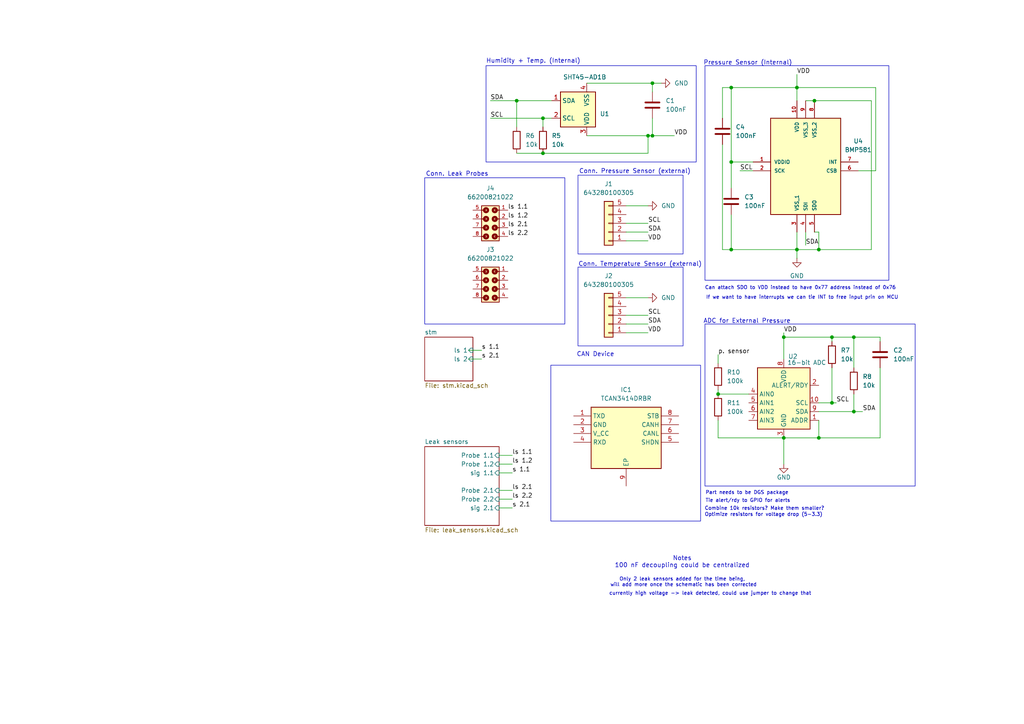
<source format=kicad_sch>
(kicad_sch (version 20250114) (generator "eeschema") (generator_version "9.0")
  (paper "A4")
  (lib_symbols
    (symbol "#dzdb:g_cap/C-100n-0201" (pin_numbers (hide yes)) (pin_names (offset 0.254))
      (property "Reference" "C" (at 0.635 2.54 0))
      (property "Value" "100nF" (at 0.635 -2.54 0))
      (symbol "g_cap/C-100n-0201_0_1"
        (polyline (pts (xy -2.032 0.762) (xy 2.032 0.762)) (stroke (width 0.508)))
        (polyline (pts (xy -2.032 -0.762) (xy 2.032 -0.762)) (stroke (width 0.508)))
      )
      (symbol "g_cap/C-100n-0201_1_1"
        (pin passive line (at 0 3.81 270) (length 2.794) (name "~") (number "1"))
        (pin passive line (at 0 -3.81 90) (length 2.794) (name "~") (number "2"))
      )
    )
    (symbol "#dzdb:g_cap/C-100n-0402" (pin_numbers (hide yes)) (pin_names (offset 0.254))
      (property "Reference" "C" (at 0.635 2.54 0))
      (property "Value" "100nF" (at 0.635 -2.54 0))
      (symbol "g_cap/C-100n-0402_0_1"
        (polyline (pts (xy -2.032 0.762) (xy 2.032 0.762)) (stroke (width 0.508)))
        (polyline (pts (xy -2.032 -0.762) (xy 2.032 -0.762)) (stroke (width 0.508)))
      )
      (symbol "g_cap/C-100n-0402_1_1"
        (pin passive line (at 0 3.81 270) (length 2.794) (name "~") (number "1"))
        (pin passive line (at 0 -3.81 90) (length 2.794) (name "~") (number "2"))
      )
    )
    (symbol "#dzdb:g_res/R-100k-0603" (pin_numbers (hide yes)) (pin_names (offset 0))
      (property "Reference" "R" (at 2.032 0 90))
      (property "Value" "100k" (at 0 0 90))
      (symbol "g_res/R-100k-0603_0_1"
        (rectangle (start -1.016 -2.54) (end 1.016 2.54) (stroke (width 0.254)))
      )
      (symbol "g_res/R-100k-0603_1_1"
        (pin passive line (at 0 3.81 270) (length 1.27) (name "~") (number "1"))
        (pin passive line (at 0 -3.81 90) (length 1.27) (name "~") (number "2"))
      )
    )
    (symbol "#dzdb:g_res/R-10k-0603" (pin_numbers (hide yes)) (pin_names (offset 0))
      (property "Reference" "R" (at 2.032 0 90))
      (property "Value" "10k" (at 0 0 90))
      (symbol "g_res/R-10k-0603_0_1"
        (rectangle (start -1.016 -2.54) (end 1.016 2.54) (stroke (width 0.254)))
      )
      (symbol "g_res/R-10k-0603_1_1"
        (pin passive line (at 0 3.81 270) (length 1.27) (name "~") (number "1"))
        (pin passive line (at 0 -3.81 90) (length 1.27) (name "~") (number "2"))
      )
    )
    (symbol "#dzdb:s_comm/COMM-TI-TCAN3414DRBR"
      (property "Reference" "IC" (at 26.67 7.62 0))
      (property "Value" "TCAN3414DRBR" (at 26.67 5.08 0))
      (symbol "s_comm/COMM-TI-TCAN3414DRBR_1_1"
        (rectangle (start 5.08 2.54) (end 25.4 -15.24) (stroke (width 0.254)) (fill (type background)))
        (pin passive line (at 0 0 0) (length 5.08) (name "TXD") (number "1"))
        (pin passive line (at 0 -2.54 0) (length 5.08) (name "GND") (number "2"))
        (pin passive line (at 0 -5.08 0) (length 5.08) (name "V_CC") (number "3"))
        (pin passive line (at 0 -7.62 0) (length 5.08) (name "RXD") (number "4"))
        (pin passive line (at 15.24 -20.32 90) (length 5.08) (name "EP") (number "9"))
        (pin passive line (at 30.48 0 180) (length 5.08) (name "STB") (number "8"))
        (pin passive line (at 30.48 -2.54 180) (length 5.08) (name "CANH") (number "7"))
        (pin passive line (at 30.48 -5.08 180) (length 5.08) (name "CANL") (number "6"))
        (pin passive line (at 30.48 -7.62 180) (length 5.08) (name "SHDN") (number "5"))
      )
    )
    (symbol "#dzdb:s_con/CON-WUR-643280100305" (pin_names (offset 1.016) (hide yes))
      (property "Reference" "J" (at 0 7.62 0))
      (property "Value" "643280100305" (at 0 -7.62 0))
      (symbol "s_con/CON-WUR-643280100305_1_1"
        (rectangle (start -1.27 6.35) (end 1.27 -6.35) (stroke (width 0.254)) (fill (type background)))
        (rectangle (start -1.27 5.207) (end 0 4.953) (stroke (width 0.1524)))
        (rectangle (start -1.27 2.667) (end 0 2.413) (stroke (width 0.1524)))
        (rectangle (start -1.27 0.127) (end 0 -0.127) (stroke (width 0.1524)))
        (rectangle (start -1.27 -2.413) (end 0 -2.667) (stroke (width 0.1524)))
        (rectangle (start -1.27 -4.953) (end 0 -5.207) (stroke (width 0.1524)))
        (pin passive line (at -5.08 5.08 0) (length 3.81) (name "Pin_1") (number "1"))
        (pin passive line (at -5.08 2.54 0) (length 3.81) (name "Pin_2") (number "2"))
        (pin passive line (at -5.08 0 0) (length 3.81) (name "Pin_3") (number "3"))
        (pin passive line (at -5.08 -2.54 0) (length 3.81) (name "Pin_4") (number "4"))
        (pin passive line (at -5.08 -5.08 0) (length 3.81) (name "Pin_5") (number "5"))
      )
    )
    (symbol "#dzdb:s_con/CON-WUR-66200821022" (pin_names (offset 1.016))
      (property "Reference" "J" (at 7.34 0.985 0))
      (property "Value" "66200821022" (at 7.3 -1.62 0))
      (symbol "s_con/CON-WUR-66200821022_0_0"
        (rectangle (start -3.81 -2.54) (end 6.35 2.54) (stroke (width 0.254)) (fill (type background)))
        (circle (center -2.54 1.27) (radius 0.254) (stroke (width 0.635)))
        (polyline (pts (xy -2.54 1.27) (xy -2.54 2.54)) (stroke (width 0.254)))
        (circle (center -2.54 -1.27) (radius 0.254) (stroke (width 0.635)))
        (polyline (pts (xy -2.54 -1.27) (xy -2.54 -2.54)) (stroke (width 0.254)))
        (circle (center 0 1.27) (radius 0.254) (stroke (width 0.635)))
        (polyline (pts (xy 0 1.27) (xy 0 2.54)) (stroke (width 0.254)))
        (polyline (pts (xy 0 -1.27) (xy 0 -2.54)) (stroke (width 0.254)))
        (circle (center 0 -1.27) (radius 0.254) (stroke (width 0.635)))
        (polyline (pts (xy 2.54 1.27) (xy 2.54 2.54)) (stroke (width 0.254)))
        (circle (center 2.54 1.27) (radius 0.254) (stroke (width 0.635)))
        (polyline (pts (xy 2.54 -1.27) (xy 2.54 -2.54)) (stroke (width 0.254)))
        (circle (center 2.54 -1.27) (radius 0.254) (stroke (width 0.635)))
        (polyline (pts (xy 5.08 1.27) (xy 5.08 2.54)) (stroke (width 0.254)))
        (circle (center 5.08 1.27) (radius 0.254) (stroke (width 0.635)))
        (polyline (pts (xy 5.08 -1.27) (xy 5.08 -2.54)) (stroke (width 0.254)))
        (circle (center 5.08 -1.27) (radius 0.254) (stroke (width 0.635)))
        (pin passive line (at -2.54 5.08 270) (length 2.54) (name "~") (number "8"))
        (pin passive line (at -2.54 -5.08 90) (length 2.54) (name "~") (number "4"))
        (pin passive line (at 0 5.08 270) (length 2.54) (name "~") (number "7"))
        (pin passive line (at 0 -5.08 90) (length 2.54) (name "~") (number "3"))
        (pin passive line (at 2.54 5.08 270) (length 2.54) (name "~") (number "6"))
        (pin passive line (at 2.54 -5.08 90) (length 2.54) (name "~") (number "2"))
        (pin passive line (at 5.08 5.08 270) (length 2.54) (name "~") (number "5"))
        (pin passive line (at 5.08 -5.08 90) (length 2.54) (name "~") (number "1"))
      )
    )
    (symbol "#dzdb:s_misc/IC-ADC-ADS1115-MSOP"
      (property "Reference" "U" (at 2.54 13.97 0))
      (property "Value" "16-bit ADC" (at 7.62 11.43 0))
      (symbol "s_misc/IC-ADC-ADS1115-MSOP_0_1"
        (rectangle (start -7.62 10.16) (end 7.62 -7.62) (stroke (width 0.254)) (fill (type background)))
      )
      (symbol "s_misc/IC-ADC-ADS1115-MSOP_1_1"
        (pin input line (at -10.16 2.54 0) (length 2.54) (name "AIN0") (number "4"))
        (pin input line (at -10.16 0 0) (length 2.54) (name "AIN1") (number "5"))
        (pin input line (at -10.16 -2.54 0) (length 2.54) (name "AIN2") (number "6"))
        (pin input line (at -10.16 -5.08 0) (length 2.54) (name "AIN3") (number "7"))
        (pin power_in line (at 0 12.7 270) (length 2.54) (name "VDD") (number "8"))
        (pin power_in line (at 0 -10.16 90) (length 2.54) (name "GND") (number "3"))
        (pin output line (at 10.16 5.08 180) (length 2.54) (name "ALERT/RDY") (number "2"))
        (pin input line (at 10.16 0 180) (length 2.54) (name "SCL") (number "10"))
        (pin bidirectional line (at 10.16 -2.54 180) (length 2.54) (name "SDA") (number "9"))
        (pin input line (at 10.16 -5.08 180) (length 2.54) (name "ADDR") (number "1"))
      )
    )
    (symbol "#dzdb:s_sens/D-BOSCH-BMP581" (pin_names (offset 1.016))
      (property "Reference" "U" (at 26.67 17.78 0))
      (property "Value" "BMP581" (at 26.67 15.24 0))
      (symbol "s_sens/D-BOSCH-BMP581_0_0"
        (rectangle (start 5.08 12.7) (end 25.4 -15.24) (stroke (width 0.254)) (fill (type background)))
        (pin bidirectional line (at 0 0 0) (length 5.08) (name "VDDIO") (number "1"))
        (pin bidirectional line (at 0 -2.54 0) (length 5.08) (name "SCK") (number "2"))
        (pin bidirectional line (at 12.7 17.78 270) (length 5.08) (name "VDD") (number "10"))
        (pin bidirectional line (at 12.7 -20.32 90) (length 5.08) (name "VSS_1") (number "3"))
        (pin bidirectional line (at 15.24 17.78 270) (length 5.08) (name "VSS_3") (number "9"))
        (pin bidirectional line (at 15.24 -20.32 90) (length 5.08) (name "SDI") (number "4"))
        (pin bidirectional line (at 17.78 17.78 270) (length 5.08) (name "VSS_2") (number "8"))
        (pin bidirectional line (at 17.78 -20.32 90) (length 5.08) (name "SDO") (number "5"))
        (pin bidirectional line (at 30.48 0 180) (length 5.08) (name "INT") (number "7"))
        (pin bidirectional line (at 30.48 -2.54 180) (length 5.08) (name "CSB") (number "6"))
      )
    )
    (symbol "#dzdb:s_sens/D-SENS-SHT40-AD1F-R2"
      (property "Reference" "U" (at 0 8.89 0))
      (property "Value" "SHT40-AD1F-R2" (at 0 6.35 0))
      (symbol "s_sens/D-SENS-SHT40-AD1F-R2_1_1"
        (rectangle (start -5.08 5.08) (end 5.08 -5.08) (stroke (width 0.254)) (fill (type background)))
        (pin input line (at -7.62 2.54 0) (length 2.54) (name "SCL") (number "2"))
        (pin bidirectional line (at -7.62 -2.54 0) (length 2.54) (name "SDA") (number "1"))
        (pin power_in line (at 2.54 7.62 270) (length 2.54) (name "VDD") (number "3"))
        (pin power_in line (at 2.54 -7.62 90) (length 2.54) (name "VSS") (number "4"))
      )
    )
    (symbol "power:GND" (power) (pin_numbers (hide yes)) (pin_names (offset 0) (hide yes))
      (property "Value" "GND" (at 0 -3.81 0))
      (symbol "GND_0_1"
        (polyline (pts (xy 0 0) (xy 0 -1.27) (xy 1.27 -1.27) (xy 0 -2.54) (xy -1.27 -1.27) (xy 0 -1.27)))
      )
      (symbol "GND_1_1"
        (pin power_in line (at 0 0 270) (length 0) (name "~") (number "1"))
      )
    )
  )
  (rectangle (start 140.97 19.05) (end 201.93 46.99))
  (rectangle (start 204.47 19.05) (end 257.81 81.28))
  (rectangle (start 123.19 51.562) (end 163.83 93.98))
  (rectangle (start 167.64 77.47) (end 198.12 100.33))
  (rectangle (start 167.64 50.8) (end 198.12 73.66))
  (rectangle (start 159.766 105.918) (end 203.2 151.13))
  (rectangle (start 204.47 93.98) (end 265.43 140.97))
  (text "Optimize resistors for voltage drop (5-3.3)" (at 221.488 149.352 0) (effects (font (size 1.016 1.016))))
  (text "Tie alert/rdy to GPIO for alerts" (at 216.916 145.288 0) (effects (font (size 1.016 1.016))))
  (text "Conn. Pressure Sensor (external)\n" (at 184.15 49.784 0) (effects (font (size 1.27 1.27))))
  (text "Combine 10k resistors? Make them smaller?" (at 221.742 147.574 0) (effects (font (size 1.016 1.016))))
  (text "Only 2 leak sensors added for the time being,\n will add more once the schematic has been corrected" (at 197.866 168.91 0) (effects (font (size 1.016 1.016))))
  (text "If we want to have interrupts we can tie INT to free input prin on MCU" (at 232.664 86.36 0) (effects (font (size 1.016 1.016))))
  (text "Pressure Sensor (Internal)" (at 216.916 18.288 0) (effects (font (size 1.27 1.27))))
  (text "ADC for External Pressure\n" (at 216.662 93.218 0) (effects (font (size 1.27 1.27))))
  (text "Can attach SDO to VDD instead to have 0x77 address instead of 0x76" (at 232.156 83.566 0) (effects (font (size 1.016 1.016))))
  (text "currently high voltage -> leak detected, could use jumper to change that\n" (at 205.994 172.212 0) (effects (font (size 1.016 1.016))))
  (text "Part needs to be DGS package" (at 216.662 143.002 0) (effects (font (size 1.016 1.016))))
  (text "Humidity + Temp. (Internal)\n\n" (at 154.686 18.796 0) (effects (font (size 1.27 1.27))))
  (text "Conn. Temperature Sensor (external)" (at 185.674 76.708 0) (effects (font (size 1.27 1.27))))
  (text "CAN Device" (at 172.72 102.87 0) (effects (font (size 1.27 1.27))))
  (text "Conn. Leak Probes" (at 132.588 50.546 0) (effects (font (size 1.27 1.27))))
  (text "Notes\n100 nF decoupling could be centralized" (at 197.866 163.068 0) (effects (font (size 1.27 1.27))))
  (junction (at 149.86 29.21))
  (junction (at 187.96 39.37))
  (junction (at 237.49 72.39))
  (junction (at 157.48 34.29))
  (junction (at 212.09 25.4))
  (junction (at 189.23 39.37))
  (junction (at 212.09 46.99))
  (junction (at 241.3 116.84))
  (junction (at 236.22 29.21))
  (junction (at 241.3 97.79))
  (junction (at 247.65 119.38))
  (junction (at 231.14 72.39))
  (junction (at 157.48 44.45))
  (junction (at 212.09 72.39))
  (junction (at 247.65 97.79))
  (junction (at 227.33 127))
  (junction (at 189.23 24.13))
  (junction (at 237.49 127))
  (junction (at 227.33 97.79))
  (junction (at 231.14 25.4))
  (junction (at 208.28 114.3))
  (wire (pts (xy 231.14 21.59) (xy 231.14 25.4)))
  (wire (pts (xy 181.61 69.85) (xy 187.96 69.85)))
  (wire (pts (xy 231.14 72.39) (xy 231.14 74.93)))
  (wire (pts (xy 144.78 142.24) (xy 148.59 142.24)))
  (wire (pts (xy 208.28 102.87) (xy 208.28 105.41)))
  (wire (pts (xy 144.78 132.08) (xy 148.59 132.08)))
  (wire (pts (xy 144.78 147.32) (xy 148.59 147.32)))
  (wire (pts (xy 241.3 106.68) (xy 241.3 116.84)))
  (wire (pts (xy 231.14 25.4) (xy 231.14 29.21)))
  (wire (pts (xy 241.3 97.79) (xy 247.65 97.79)))
  (wire (pts (xy 236.22 29.21) (xy 252.73 29.21)))
  (wire (pts (xy 233.68 67.31) (xy 233.68 71.12)))
  (wire (pts (xy 181.61 96.52) (xy 187.96 96.52)))
  (wire (pts (xy 149.86 29.21) (xy 149.86 36.83)))
  (wire (pts (xy 135.89 104.14) (xy 139.7 104.14)))
  (wire (pts (xy 247.65 97.79) (xy 247.65 106.68)))
  (wire (pts (xy 237.49 116.84) (xy 241.3 116.84)))
  (wire (pts (xy 212.09 46.99) (xy 212.09 54.61)))
  (wire (pts (xy 212.09 25.4) (xy 231.14 25.4)))
  (wire (pts (xy 142.24 29.21) (xy 149.86 29.21)))
  (wire (pts (xy 255.27 97.79) (xy 255.27 99.06)))
  (wire (pts (xy 144.78 134.62) (xy 148.59 134.62)))
  (wire (pts (xy 252.73 72.39) (xy 237.49 72.39)))
  (wire (pts (xy 149.86 29.21) (xy 160.02 29.21)))
  (wire (pts (xy 142.24 34.29) (xy 157.48 34.29)))
  (wire (pts (xy 209.55 25.4) (xy 212.09 25.4)))
  (wire (pts (xy 254 25.4) (xy 231.14 25.4)))
  (wire (pts (xy 233.68 29.21) (xy 236.22 29.21)))
  (wire (pts (xy 237.49 67.31) (xy 236.22 67.31)))
  (wire (pts (xy 212.09 72.39) (xy 212.09 62.23)))
  (wire (pts (xy 170.18 39.37) (xy 187.96 39.37)))
  (wire (pts (xy 189.23 39.37) (xy 195.58 39.37)))
  (wire (pts (xy 247.65 119.38) (xy 250.19 119.38)))
  (wire (pts (xy 149.86 44.45) (xy 157.48 44.45)))
  (wire (pts (xy 231.14 67.31) (xy 231.14 72.39)))
  (wire (pts (xy 208.28 114.3) (xy 217.17 114.3)))
  (wire (pts (xy 237.49 119.38) (xy 247.65 119.38)))
  (wire (pts (xy 231.14 72.39) (xy 237.49 72.39)))
  (wire (pts (xy 181.61 91.44) (xy 187.96 91.44)))
  (wire (pts (xy 237.49 67.31) (xy 237.49 72.39)))
  (wire (pts (xy 254 49.53) (xy 254 25.4)))
  (wire (pts (xy 209.55 72.39) (xy 212.09 72.39)))
  (wire (pts (xy 181.61 86.36) (xy 187.96 86.36)))
  (wire (pts (xy 214.63 49.53) (xy 218.44 49.53)))
  (wire (pts (xy 255.27 106.68) (xy 255.27 127)))
  (wire (pts (xy 135.89 101.6) (xy 139.7 101.6)))
  (wire (pts (xy 255.27 127) (xy 237.49 127)))
  (wire (pts (xy 231.14 72.39) (xy 212.09 72.39)))
  (wire (pts (xy 247.65 114.3) (xy 247.65 119.38)))
  (wire (pts (xy 227.33 96.52) (xy 227.33 97.79)))
  (wire (pts (xy 212.09 46.99) (xy 218.44 46.99)))
  (wire (pts (xy 237.49 121.92) (xy 237.49 127)))
  (wire (pts (xy 252.73 29.21) (xy 252.73 72.39)))
  (wire (pts (xy 144.78 144.78) (xy 148.59 144.78)))
  (wire (pts (xy 189.23 24.13) (xy 191.77 24.13)))
  (wire (pts (xy 187.96 39.37) (xy 187.96 44.45)))
  (wire (pts (xy 227.33 127) (xy 227.33 134.62)))
  (wire (pts (xy 160.02 34.29) (xy 157.48 34.29)))
  (wire (pts (xy 209.55 41.91) (xy 209.55 72.39)))
  (wire (pts (xy 208.28 121.92) (xy 208.28 127)))
  (wire (pts (xy 181.61 67.31) (xy 187.96 67.31)))
  (wire (pts (xy 209.55 25.4) (xy 209.55 34.29)))
  (wire (pts (xy 227.33 97.79) (xy 241.3 97.79)))
  (wire (pts (xy 189.23 24.13) (xy 189.23 26.67)))
  (wire (pts (xy 241.3 116.84) (xy 242.57 116.84)))
  (wire (pts (xy 181.61 64.77) (xy 187.96 64.77)))
  (wire (pts (xy 247.65 97.79) (xy 255.27 97.79)))
  (wire (pts (xy 237.49 127) (xy 227.33 127)))
  (wire (pts (xy 208.28 113.03) (xy 208.28 114.3)))
  (wire (pts (xy 227.33 97.79) (xy 227.33 104.14)))
  (wire (pts (xy 189.23 39.37) (xy 189.23 34.29)))
  (wire (pts (xy 170.18 24.13) (xy 189.23 24.13)))
  (wire (pts (xy 241.3 97.79) (xy 241.3 99.06)))
  (wire (pts (xy 144.78 137.16) (xy 148.59 137.16)))
  (wire (pts (xy 208.28 127) (xy 227.33 127)))
  (wire (pts (xy 157.48 34.29) (xy 157.48 36.83)))
  (wire (pts (xy 212.09 25.4) (xy 212.09 46.99)))
  (wire (pts (xy 248.92 49.53) (xy 254 49.53)))
  (wire (pts (xy 181.61 93.98) (xy 187.96 93.98)))
  (wire (pts (xy 157.48 44.45) (xy 187.96 44.45)))
  (wire (pts (xy 181.61 59.69) (xy 187.96 59.69)))
  (wire (pts (xy 187.96 39.37) (xy 189.23 39.37)))
  (label "s 1.1" (at 148.59 137.16 0))
  (label "VDD" (at 195.58 39.37 0))
  (label "SDA" (at 187.96 67.31 0))
  (label "SDA" (at 187.96 93.98 0))
  (label "p. sensor" (at 208.28 102.87 0))
  (label "ls 1.2" (at 148.59 134.62 0))
  (label "ls 1.1" (at 147.32 60.96 0))
  (label "VDD" (at 187.96 69.85 0))
  (label "SCL" (at 242.57 116.84 0))
  (label "ls 1.2" (at 147.32 63.5 0))
  (label "SDA" (at 142.24 29.21 0))
  (label "SCL" (at 142.24 34.29 0))
  (label "VDD" (at 187.96 96.52 0))
  (label "s 2.1" (at 148.59 147.32 0))
  (label "ls 2.2" (at 148.59 144.78 0))
  (label "ls 2.2" (at 147.32 68.58 0))
  (label "ls 2.1" (at 147.32 66.04 0))
  (label "VDD" (at 227.33 96.52 0))
  (label "SCL" (at 187.96 91.44 0))
  (label "ls 2.1" (at 148.59 142.24 0))
  (label "s 2.1" (at 139.7 104.14 0))
  (label "SCL" (at 187.96 64.77 0))
  (label "s 1.1" (at 139.7 101.6 0))
  (label "VDD" (at 231.14 21.59 0))
  (label "SCL" (at 214.63 49.53 0))
  (label "ls 1.1" (at 148.59 132.08 0))
  (label "SDA" (at 233.68 71.12 0))
  (label "SDA" (at 250.19 119.38 0))
  (symbol (lib_id "#dzdb:g_res/R-10k-0603") (at 247.65 110.49 0) (unit 1)
    (property "Reference" "R8" (at 250.19 109.2199 0) (effects (justify left)))
    (property "Value" "10k" (at 250.19 111.7599 0) (effects (justify left)))
    (property "Footprint" "Resistor_SMD:R_0603_1608Metric" (effects (hide yes)))
    (property "Datasheet" "https://www.we-online.com/components/products/datasheet/560112116005.pdf" (effects (hide yes)))
    (property "Description" "Thick Film Resistors - SMD WRIS-RSKS 10 kOhms 1 % 0.1 W 0603" (effects (hide yes)))
    (property "IPN" "R-10k-0603" (effects (hide yes)))
    (property "MPN" "560112116005" (effects (hide yes)))
    (property "Manufacturer" "Wurth Elektronik" (effects (hide yes)))
    (property "Resistance" "10k" (effects (hide yes)))
    (property "Power" "0.1 W" (effects (hide yes)))
    (property "Material" "Thick film" (effects (hide yes)))
    (property "Tolerance" "1 %" (effects (hide yes)))
    (property "Supplier" "Mouser" (effects (hide yes)))
    (property "SPN" "710-560112116005" (effects (hide yes)))
    (property "LCSC" "CXXXXX" (effects (hide yes)))
    (property "Comment" "lifecycle=Active; note=Auto-generated" (effects (hide yes)))
  )
  (symbol (lib_id "#dzdb:g_res/R-100k-0603") (at 208.28 109.22 0) (unit 1)
    (property "Reference" "R10" (at 210.82 107.9499 0) (effects (justify left)))
    (property "Value" "100k" (at 210.82 110.4899 0) (effects (justify left)))
    (property "Footprint" "Resistor_SMD:R_0603_1608Metric" (effects (hide yes)))
    (property "Datasheet" "https://www.we-online.com/components/products/datasheet/560112116004.pdf" (effects (hide yes)))
    (property "Description" "Thick Film Resistors - SMD WRIS-RSKS 100 kOhms 1 % 0.1 W 0603" (effects (hide yes)))
    (property "IPN" "R-100k-0603" (effects (hide yes)))
    (property "MPN" "560112116004" (effects (hide yes)))
    (property "Manufacturer" "Wurth Elektronik" (effects (hide yes)))
    (property "Resistance" "100k" (effects (hide yes)))
    (property "Power" "0.1 W" (effects (hide yes)))
    (property "Material" "Thick film" (effects (hide yes)))
    (property "Tolerance" "1 %" (effects (hide yes)))
    (property "Supplier" "Mouser" (effects (hide yes)))
    (property "SPN" "710-560112116004" (effects (hide yes)))
    (property "LCSC" "CXXXXX" (effects (hide yes)))
    (property "Comment" "lifecycle=Active; note=Auto-generated" (effects (hide yes)))
  )
  (symbol (lib_id "#dzdb:g_res/R-10k-0603") (at 157.48 40.64 0) (unit 1)
    (property "Reference" "R5" (at 160.02 39.3699 0) (effects (justify left)))
    (property "Value" "10k" (at 160.02 41.9099 0) (effects (justify left)))
    (property "Footprint" "Resistor_SMD:R_0603_1608Metric" (effects (hide yes)))
    (property "Datasheet" "https://www.we-online.com/components/products/datasheet/560112116005.pdf" (effects (hide yes)))
    (property "Description" "Thick Film Resistors - SMD WRIS-RSKS 10 kOhms 1 % 0.1 W 0603" (effects (hide yes)))
    (property "IPN" "R-10k-0603" (effects (hide yes)))
    (property "MPN" "560112116005" (effects (hide yes)))
    (property "Manufacturer" "Wurth Elektronik" (effects (hide yes)))
    (property "Resistance" "10k" (effects (hide yes)))
    (property "Power" "0.1 W" (effects (hide yes)))
    (property "Material" "Thick film" (effects (hide yes)))
    (property "Tolerance" "1 %" (effects (hide yes)))
    (property "Supplier" "Mouser" (effects (hide yes)))
    (property "SPN" "710-560112116005" (effects (hide yes)))
    (property "LCSC" "CXXXXX" (effects (hide yes)))
    (property "Comment" "lifecycle=Active; note=Auto-generated" (effects (hide yes)))
  )
  (symbol (lib_id "#dzdb:g_cap/C-100n-0201") (at 212.09 58.42 0) (unit 1)
    (property "Reference" "C3" (at 215.9 57.1499 0) (effects (justify left)))
    (property "Value" "100nF" (at 215.9 59.6899 0) (effects (justify left)))
    (property "Footprint" "Capacitor_SMD:C_0201_0603Metric" (effects (hide yes)))
    (property "Datasheet" "https://www.murata.com/products/productdetail?partno=GRM033R61A104ME15%23" (effects (hide yes)))
    (property "Description" "Cap 100nF 10V 0201 X5R ±20%" (effects (hide yes)))
    (property "IPN" "C-100n-0201" (effects (hide yes)))
    (property "MPN" "GRM033R61A104ME15" (effects (hide yes)))
    (property "Manufacturer" "Murata" (effects (hide yes)))
    (property "Capacitance" "100nF" (effects (hide yes)))
    (property "Voltage" "10V" (effects (hide yes)))
    (property "Material" "X5R" (effects (hide yes)))
    (property "Tolerance" "20%" (effects (hide yes)))
    (property "Supplier" "Mouser" (effects (hide yes)))
    (property "SPN" "81-GRM033R61A104ME5D" (effects (hide yes)))
    (property "Comment" "lifecycle=Active" (effects (hide yes)))
  )
  (symbol (lib_id "#dzdb:s_con/CON-WUR-66200821022") (at 142.24 66.04 90) (unit 1)
    (property "Reference" "J4" (at 142.24 54.61 90))
    (property "Value" "66200821022" (at 142.24 57.15 90))
    (property "Footprint" "dz_con:Wurth_66200821022" (effects (hide yes)))
    (property "Datasheet" "https://www.we-online.com/components/products/datasheet/66200821022.pdf" (effects (hide yes)))
    (property "Description" "WR-MPC3 3.00mm Dual Row 8p Male Header Right Angle TH Pegs" (effects (hide yes)))
    (property "IPN" "CON-WUR-66200821022" (effects (hide yes)))
    (property "MPN" "66200821022" (effects (hide yes)))
    (property "Manufacturer" "Würth Elektronik" (effects (hide yes)))
    (property "Symbol" "dz_con:Wurth_66200821022" (effects (hide yes)))
    (property "Type" "Connector" (effects (hide yes)))
    (property "Pin Count" "8" (effects (hide yes)))
    (property "Pitch" "3.00mm" (effects (hide yes)))
    (property "Supplier" "Mouser" (effects (hide yes)))
    (property "SPN" "710-66200821022" (effects (hide yes)))
    (property "Comment" "lifecycle=Active; gender=Femaleale; orientation=Right Angle; current=5A; voltage=250V; features=Dual Row Plastic Pegs; note=WR-MPC3 series through hole" (effects (hide yes)))
  )
  (symbol (lib_id "#dzdb:g_res/R-10k-0603") (at 241.3 102.87 0) (unit 1)
    (property "Reference" "R7" (at 243.84 101.5999 0) (effects (justify left)))
    (property "Value" "10k" (at 243.84 104.1399 0) (effects (justify left)))
    (property "Footprint" "Resistor_SMD:R_0603_1608Metric" (effects (hide yes)))
    (property "Datasheet" "https://www.we-online.com/components/products/datasheet/560112116005.pdf" (effects (hide yes)))
    (property "Description" "Thick Film Resistors - SMD WRIS-RSKS 10 kOhms 1 % 0.1 W 0603" (effects (hide yes)))
    (property "IPN" "R-10k-0603" (effects (hide yes)))
    (property "MPN" "560112116005" (effects (hide yes)))
    (property "Manufacturer" "Wurth Elektronik" (effects (hide yes)))
    (property "Resistance" "10k" (effects (hide yes)))
    (property "Power" "0.1 W" (effects (hide yes)))
    (property "Material" "Thick film" (effects (hide yes)))
    (property "Tolerance" "1 %" (effects (hide yes)))
    (property "Supplier" "Mouser" (effects (hide yes)))
    (property "SPN" "710-560112116005" (effects (hide yes)))
    (property "LCSC" "CXXXXX" (effects (hide yes)))
    (property "Comment" "lifecycle=Active; note=Auto-generated" (effects (hide yes)))
  )
  (symbol (lib_id "#dzdb:s_sens/D-SENS-SHT40-AD1F-R2") (at 167.64 31.75 0) (mirror x) (unit 1)
    (property "Reference" "U1" (at 173.99 33.0201 0) (effects (justify left)))
    (property "Value" "SHT45-AD1B" (at 163.322 22.352 0) (effects (justify left)))
    (property "Footprint" "Sensor_Humidity:Sensirion_DFN-4_1.5x1.5mm_P0.8mm_SHT4x_NoCentralPad" (effects (hide yes)))
    (property "Datasheet" "https://sensirion.com/media/documents/33FD6951/67EB9032/HT_DS_Datasheet_SHT4x_5.pdf" (effects (hide yes)))
    (property "Description" "Board Mount Humidity Sensors Digital Humidity and Temperature Sensor incl Filter Membrane" (effects (hide yes)))
    (property "IPN" "D-SENS-SHT40-AD1F-R2" (effects (hide yes)))
    (property "MPN" "SHT40-AD1F-R2" (effects (hide yes)))
    (property "Manufacturer" "Sensirion" (effects (hide yes)))
    (property "Type" "Temperature/Humidity" (effects (hide yes)))
    (property "Channels" "1" (effects (hide yes)))
    (property "Vin Range" "1.08V -3.6V" (effects (hide yes)))
    (property "Supplier" "Mouser" (effects (hide yes)))
    (property "SPN" "403-SHT40-AD1F-R2" (effects (hide yes)))
    (property "LCSC" "CXXXXX" (effects (hide yes)))
    (property "Comment" "lifecycle=Active;" (effects (hide yes)))
  )
  (symbol (lib_id "#dzdb:s_con/CON-WUR-643280100305") (at 176.53 64.77 180) (unit 1)
    (property "Reference" "J1" (at 176.53 53.34 0))
    (property "Value" "643280100305" (at 176.53 55.88 0))
    (property "Footprint" "dz_con:Wuerth_WR_CIRCM_643280100305" (effects (hide yes)))
    (property "Datasheet" "https://www.we-online.com/components/products/datasheet/643270100305.pdf" (effects (hide yes)))
    (property "Description" "M12 Right-Angled Round Connector 5p" (effects (hide yes)))
    (property "IPN" "CON-WUR-643280100305" (effects (hide yes)))
    (property "MPN" "643280100305" (effects (hide yes)))
    (property "Manufacturer" "Würth Elektronik" (effects (hide yes)))
    (property "Symbol" "Connector_Generic:Conn_01x05" (effects (hide yes)))
    (property "Type" "Connector" (effects (hide yes)))
    (property "Pin Count" "5" (effects (hide yes)))
    (property "Pitch" "N/A" (effects (hide yes)))
    (property "Supplier" "Mouser" (effects (hide yes)))
    (property "SPN" "710-643280100308 " (effects (hide yes)))
    (property "LCSC" "CXXXXXXX" (effects (hide yes)))
    (property "Comment" "lifecycle=Active; orientation=Right Angle; note=M12 5-pin right-angled THT connector" (effects (hide yes)))
  )
  (symbol (lib_id "#dzdb:s_sens/D-BOSCH-BMP581") (at 218.44 46.99 0) (unit 1)
    (property "Reference" "U4" (at 248.92 40.9192 0))
    (property "Value" "BMP581" (at 248.92 43.4592 0))
    (property "Footprint" "dz_sens:BMP581" (effects (hide yes)))
    (property "Datasheet" "https://www.bosch-sensortec.com/media/boschsensortec/downloads/datasheets/bst-bmp581-ds004.pdf" (effects (hide yes)))
    (property "Description" "Barometric Pressure Sensor" (effects (hide yes)))
    (property "IPN" "D-BOSCH-BMP581" (effects (hide yes)))
    (property "MPN" "BMP581" (effects (hide yes)))
    (property "Manufacturer" "Bosch Sensortec" (effects (hide yes)))
    (property "Type" "Pressure" (effects (hide yes)))
    (property "Channels" "1" (effects (hide yes)))
    (property "Vin Range" "1.71V-3.6V" (effects (hide yes)))
    (property "Supplier" "Mouser" (effects (hide yes)))
    (property "SPN" "733-BMP581" (effects (hide yes)))
    (property "LCSC" "C5362283" (effects (hide yes)))
  )
  (symbol (lib_id "power:GND") (at 191.77 24.13 90) (unit 1)
    (property "Reference" "#PWR02" (effects (hide yes)))
    (property "Value" "GND" (at 195.58 24.1299 90) (effects (justify right)))
    (property "Description" "Power symbol creates a global label with name \"GND\" , ground" (effects (hide yes)))
  )
  (symbol (lib_id "power:GND") (at 187.96 86.36 90) (unit 1)
    (property "Reference" "#PWR06" (effects (hide yes)))
    (property "Value" "GND" (at 191.77 86.3599 90) (effects (justify right)))
    (property "Description" "Power symbol creates a global label with name \"GND\" , ground" (effects (hide yes)))
  )
  (symbol (lib_id "#dzdb:g_cap/C-100n-0201") (at 209.55 38.1 0) (unit 1)
    (property "Reference" "C4" (at 213.36 36.8299 0) (effects (justify left)))
    (property "Value" "100nF" (at 213.36 39.3699 0) (effects (justify left)))
    (property "Footprint" "Capacitor_SMD:C_0201_0603Metric" (effects (hide yes)))
    (property "Datasheet" "https://www.murata.com/products/productdetail?partno=GRM033R61A104ME15%23" (effects (hide yes)))
    (property "Description" "Cap 100nF 10V 0201 X5R ±20%" (effects (hide yes)))
    (property "IPN" "C-100n-0201" (effects (hide yes)))
    (property "MPN" "GRM033R61A104ME15" (effects (hide yes)))
    (property "Manufacturer" "Murata" (effects (hide yes)))
    (property "Capacitance" "100nF" (effects (hide yes)))
    (property "Voltage" "10V" (effects (hide yes)))
    (property "Material" "X5R" (effects (hide yes)))
    (property "Tolerance" "20%" (effects (hide yes)))
    (property "Supplier" "Mouser" (effects (hide yes)))
    (property "SPN" "81-GRM033R61A104ME5D" (effects (hide yes)))
    (property "Comment" "lifecycle=Active" (effects (hide yes)))
  )
  (symbol (lib_id "#dzdb:g_res/R-10k-0603") (at 149.86 40.64 0) (unit 1)
    (property "Reference" "R6" (at 152.4 39.3699 0) (effects (justify left)))
    (property "Value" "10k" (at 152.4 41.9099 0) (effects (justify left)))
    (property "Footprint" "Resistor_SMD:R_0603_1608Metric" (effects (hide yes)))
    (property "Datasheet" "https://www.we-online.com/components/products/datasheet/560112116005.pdf" (effects (hide yes)))
    (property "Description" "Thick Film Resistors - SMD WRIS-RSKS 10 kOhms 1 % 0.1 W 0603" (effects (hide yes)))
    (property "IPN" "R-10k-0603" (effects (hide yes)))
    (property "MPN" "560112116005" (effects (hide yes)))
    (property "Manufacturer" "Wurth Elektronik" (effects (hide yes)))
    (property "Resistance" "10k" (effects (hide yes)))
    (property "Power" "0.1 W" (effects (hide yes)))
    (property "Material" "Thick film" (effects (hide yes)))
    (property "Tolerance" "1 %" (effects (hide yes)))
    (property "Supplier" "Mouser" (effects (hide yes)))
    (property "SPN" "710-560112116005" (effects (hide yes)))
    (property "LCSC" "CXXXXX" (effects (hide yes)))
    (property "Comment" "lifecycle=Active; note=Auto-generated" (effects (hide yes)))
  )
  (symbol (lib_id "#dzdb:s_misc/IC-ADC-ADS1115-MSOP") (at 227.33 116.84 0) (unit 1)
    (property "Reference" "U2" (at 228.6 103.378 0) (effects (justify left)))
    (property "Value" "16-bit ADC" (at 228.346 105.156 0) (effects (justify left)))
    (property "Footprint" "Package_SO:VSSOP-10_3x3mm_P0.5mm" (effects (hide yes)))
    (property "Datasheet" "https://www.ti.com/lit/ds/symlink/ads1115.pdf" (effects (hide yes)))
    (property "Description" "16-bit 860SPS ADC with PGA and I²C interface" (effects (hide yes)))
    (property "IPN" "IC-ADC-ADS1115-MSOP" (effects (hide yes)))
    (property "MPN" "ADS1115IDGS" (effects (hide yes)))
    (property "Manufacturer" "Texas Instruments" (effects (hide yes)))
    (property "Symbol" "Analog_ADC:ADS1115IDGS" (effects (hide yes)))
    (property "Type" "ADC" (effects (hide yes)))
    (property "Supplier" "Mouser" (effects (hide yes)))
    (property "SPN" "595-ADS1115IDGSR" (effects (hide yes)))
    (property "LCSC" "C37593" (effects (hide yes)))
    (property "Comment" "Programmable gain" (effects (hide yes)))
  )
  (symbol (lib_id "#dzdb:g_res/R-100k-0603") (at 208.28 118.11 0) (unit 1)
    (property "Reference" "R11" (at 210.82 116.8399 0) (effects (justify left)))
    (property "Value" "100k" (at 210.82 119.3799 0) (effects (justify left)))
    (property "Footprint" "Resistor_SMD:R_0603_1608Metric" (effects (hide yes)))
    (property "Datasheet" "https://www.we-online.com/components/products/datasheet/560112116004.pdf" (effects (hide yes)))
    (property "Description" "Thick Film Resistors - SMD WRIS-RSKS 100 kOhms 1 % 0.1 W 0603" (effects (hide yes)))
    (property "IPN" "R-100k-0603" (effects (hide yes)))
    (property "MPN" "560112116004" (effects (hide yes)))
    (property "Manufacturer" "Wurth Elektronik" (effects (hide yes)))
    (property "Resistance" "100k" (effects (hide yes)))
    (property "Power" "0.1 W" (effects (hide yes)))
    (property "Material" "Thick film" (effects (hide yes)))
    (property "Tolerance" "1 %" (effects (hide yes)))
    (property "Supplier" "Mouser" (effects (hide yes)))
    (property "SPN" "710-560112116004" (effects (hide yes)))
    (property "LCSC" "CXXXXX" (effects (hide yes)))
    (property "Comment" "lifecycle=Active; note=Auto-generated" (effects (hide yes)))
  )
  (symbol (lib_id "#dzdb:s_comm/COMM-TI-TCAN3414DRBR") (at 166.37 120.65 0) (unit 1)
    (property "Reference" "IC1" (at 181.61 113.03 0))
    (property "Value" "TCAN3414DRBR" (at 181.61 115.57 0))
    (property "Footprint" "dz_comm:TCAN3414DRBR" (effects (hide yes)))
    (property "Datasheet" "https://www.ti.com/lit/gpn/tcan3414" (effects (hide yes)))
    (property "Description" "CAN Interface IC CAN FD Transceiver with Integrated Controller" (effects (hide yes)))
    (property "Height" "1" (effects (hide yes)))
    (property "Mouser Part Number" "595-TCAN3414DRBR" (effects (hide yes)))
    (property "Mouser Price/Stock" "https://www.mouser.co.uk/ProductDetail/Texas-Instruments/TCAN3414DRBR?qs=2wMNvWM5ZX6YBBH9qF6w4g%3D%3D" (effects (hide yes)))
    (property "Manufacturer_Name" "Texas Instruments" (effects (hide yes)))
    (property "Manufacturer_Part_Number" "TCAN3414DRBR" (effects (hide yes)))
    (property "IPN" "COMM-TI-TCAN3414DRBR" (effects (hide yes)))
    (property "MPN" "TCAN3414DRBR" (effects (hide yes)))
    (property "Manufacturer" "Texas Instruments" (effects (hide yes)))
    (property "Type" "Can Tranciever" (effects (hide yes)))
    (property "Supply" "3V-3.3V" (effects (hide yes)))
    (property "Package" "SON-8" (effects (hide yes)))
    (property "Supplier" "Mouser" (effects (hide yes)))
    (property "SPN" " 595-TCAN3414DRBR" (effects (hide yes)))
    (property "LCSC" "Cxxxxxx" (effects (hide yes)))
  )
  (symbol (lib_id "#dzdb:g_cap/C-100n-0201") (at 189.23 30.48 0) (unit 1)
    (property "Reference" "C1" (at 193.04 29.2099 0) (effects (justify left)))
    (property "Value" "100nF" (at 193.04 31.7499 0) (effects (justify left)))
    (property "Footprint" "Capacitor_SMD:C_0201_0603Metric" (effects (hide yes)))
    (property "Datasheet" "https://www.murata.com/products/productdetail?partno=GRM033R61A104ME15%23" (effects (hide yes)))
    (property "Description" "Cap 100nF 10V 0201 X5R ±20%" (effects (hide yes)))
    (property "IPN" "C-100n-0201" (effects (hide yes)))
    (property "MPN" "GRM033R61A104ME15" (effects (hide yes)))
    (property "Manufacturer" "Murata" (effects (hide yes)))
    (property "Capacitance" "100nF" (effects (hide yes)))
    (property "Voltage" "10V" (effects (hide yes)))
    (property "Material" "X5R" (effects (hide yes)))
    (property "Tolerance" "20%" (effects (hide yes)))
    (property "Supplier" "Mouser" (effects (hide yes)))
    (property "SPN" "81-GRM033R61A104ME5D" (effects (hide yes)))
    (property "Comment" "lifecycle=Active" (effects (hide yes)))
  )
  (symbol (lib_id "#dzdb:s_con/CON-WUR-643280100305") (at 176.53 91.44 180) (unit 1)
    (property "Reference" "J2" (at 176.53 80.01 0))
    (property "Value" "643280100305" (at 176.53 82.55 0))
    (property "Footprint" "dz_con:Wuerth_WR_CIRCM_643280100305" (effects (hide yes)))
    (property "Datasheet" "https://www.we-online.com/components/products/datasheet/643270100305.pdf" (effects (hide yes)))
    (property "Description" "M12 Right-Angled Round Connector 5p" (effects (hide yes)))
    (property "IPN" "CON-WUR-643280100305" (effects (hide yes)))
    (property "MPN" "643280100305" (effects (hide yes)))
    (property "Manufacturer" "Würth Elektronik" (effects (hide yes)))
    (property "Symbol" "Connector_Generic:Conn_01x05" (effects (hide yes)))
    (property "Type" "Connector" (effects (hide yes)))
    (property "Pin Count" "5" (effects (hide yes)))
    (property "Pitch" "N/A" (effects (hide yes)))
    (property "Supplier" "Mouser" (effects (hide yes)))
    (property "SPN" "710-643280100308 " (effects (hide yes)))
    (property "LCSC" "CXXXXXXX" (effects (hide yes)))
    (property "Comment" "lifecycle=Active; orientation=Right Angle; note=M12 5-pin right-angled THT connector" (effects (hide yes)))
  )
  (symbol (lib_id "#dzdb:s_con/CON-WUR-66200821022") (at 142.24 83.82 90) (unit 1)
    (property "Reference" "J3" (at 142.24 72.39 90))
    (property "Value" "66200821022" (at 142.24 74.93 90))
    (property "Footprint" "dz_con:Wurth_66200821022" (effects (hide yes)))
    (property "Datasheet" "https://www.we-online.com/components/products/datasheet/66200821022.pdf" (effects (hide yes)))
    (property "Description" "WR-MPC3 3.00mm Dual Row 8p Male Header Right Angle TH Pegs" (effects (hide yes)))
    (property "IPN" "CON-WUR-66200821022" (effects (hide yes)))
    (property "MPN" "66200821022" (effects (hide yes)))
    (property "Manufacturer" "Würth Elektronik" (effects (hide yes)))
    (property "Symbol" "dz_con:Wurth_66200821022" (effects (hide yes)))
    (property "Type" "Connector" (effects (hide yes)))
    (property "Pin Count" "8" (effects (hide yes)))
    (property "Pitch" "3.00mm" (effects (hide yes)))
    (property "Supplier" "Mouser" (effects (hide yes)))
    (property "SPN" "710-66200821022" (effects (hide yes)))
    (property "Comment" "lifecycle=Active; gender=Femaleale; orientation=Right Angle; current=5A; voltage=250V; features=Dual Row Plastic Pegs; note=WR-MPC3 series through hole" (effects (hide yes)))
  )
  (symbol (lib_id "#dzdb:g_cap/C-100n-0402") (at 255.27 102.87 0) (unit 1)
    (property "Reference" "C2" (at 259.08 101.5999 0) (effects (justify left)))
    (property "Value" "100nF" (at 259.08 104.1399 0) (effects (justify left)))
    (property "Footprint" "Capacitor_SMD:C_0402_1005Metric" (effects (hide yes)))
    (property "Datasheet" "https://www.murata.com/products/productdetail?partno=GRM155R61A104KA01D" (effects (hide yes)))
    (property "Description" "Cap 100nF 50V 0402 X5R ±10%" (effects (hide yes)))
    (property "IPN" "C-100n-0402" (effects (hide yes)))
    (property "MPN" "GRM155R61H104KE19" (effects (hide yes)))
    (property "Manufacturer" "Murata" (effects (hide yes)))
    (property "Capacitance" "100nF" (effects (hide yes)))
    (property "Voltage" "50V" (effects (hide yes)))
    (property "Material" "X5R" (effects (hide yes)))
    (property "Tolerance" "10%" (effects (hide yes)))
    (property "Supplier" "Mouser" (effects (hide yes)))
    (property "SPN" "81-GRM155R61H104KE9D" (effects (hide yes)))
    (property "LCSC" "C105882" (effects (hide yes)))
    (property "Comment" "lifecycle=Active" (effects (hide yes)))
  )
  (symbol (lib_id "power:GND") (at 187.96 59.69 90) (unit 1)
    (property "Reference" "#PWR05" (effects (hide yes)))
    (property "Value" "GND" (at 191.77 59.6899 90) (effects (justify right)))
    (property "Description" "Power symbol creates a global label with name \"GND\" , ground" (effects (hide yes)))
  )
  (symbol (lib_id "power:GND") (at 227.33 134.62 0) (unit 1)
    (property "Reference" "#PWR03" (effects (hide yes)))
    (property "Value" "GND" (at 227.33 138.43 0))
    (property "Description" "Power symbol creates a global label with name \"GND\" , ground" (effects (hide yes)))
  )
  (symbol (lib_id "power:GND") (at 231.14 74.93 0) (unit 1)
    (property "Reference" "#PWR04" (effects (hide yes)))
    (property "Value" "GND" (at 231.14 80.01 0))
    (property "Description" "Power symbol creates a global label with name \"GND\" , ground" (effects (hide yes)))
  )
  (sheet (at 123.19 129.54) (size 21.59 22.86) (stroke (width 0.1524))
    (property "Sheetname" "Leak sensors" (at 123.19 128.8284 0) (effects (justify left bottom)))
    (property "Sheetfile" "leak_sensors.kicad_sch" (at 123.19 152.9846 0) (effects (justify left top)))
    (pin "Probe 1.1" input (at 144.78 132.08 0))
    (pin "Probe 1.2" input (at 144.78 134.62 0))
    (pin "sig 1.1" input (at 144.78 137.16 0))
    (pin "Probe 2.1" input (at 144.78 142.24 0))
    (pin "Probe 2.2" input (at 144.78 144.78 0))
    (pin "sig 2.1" input (at 144.78 147.32 0))
  )
  (sheet (at 123.19 97.79) (size 13.97 12.7) (stroke (width 0.1524))
    (property "Sheetname" "stm" (at 123.19 97.0784 0) (effects (justify left bottom)))
    (property "Sheetfile" "stm.kicad_sch" (at 123.19 111.0746 0) (effects (justify left top)))
    (pin "ls 1" input (at 137.16 101.6 0))
    (pin "ls 2" input (at 137.16 104.14 0))
  )
)
</source>
